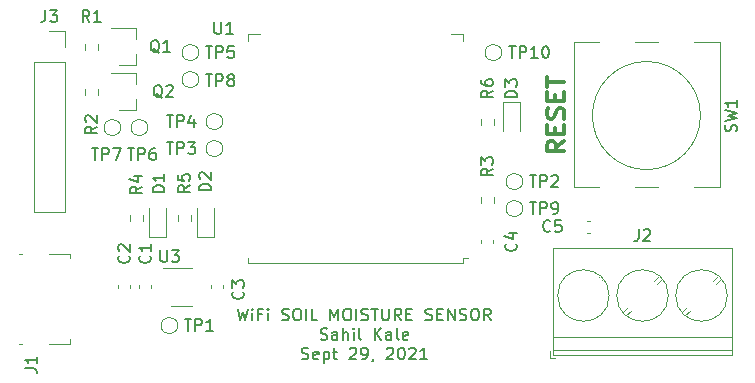
<source format=gto>
%TF.GenerationSoftware,KiCad,Pcbnew,(5.1.10)-1*%
%TF.CreationDate,2021-09-30T00:23:06-04:00*%
%TF.ProjectId,soil_sensor,736f696c-5f73-4656-9e73-6f722e6b6963,rev?*%
%TF.SameCoordinates,Original*%
%TF.FileFunction,Legend,Top*%
%TF.FilePolarity,Positive*%
%FSLAX46Y46*%
G04 Gerber Fmt 4.6, Leading zero omitted, Abs format (unit mm)*
G04 Created by KiCad (PCBNEW (5.1.10)-1) date 2021-09-30 00:23:06*
%MOMM*%
%LPD*%
G01*
G04 APERTURE LIST*
%ADD10C,0.150000*%
%ADD11C,0.300000*%
%ADD12C,0.120000*%
%ADD13R,0.900000X0.800000*%
%ADD14C,2.100000*%
%ADD15C,1.000000*%
%ADD16O,1.700000X1.700000*%
%ADD17R,1.700000X1.700000*%
%ADD18R,1.060000X0.650000*%
%ADD19R,2.000000X0.900000*%
%ADD20R,0.900000X2.000000*%
%ADD21R,5.000000X5.000000*%
%ADD22O,2.500000X3.000000*%
%ADD23C,2.600000*%
%ADD24R,2.600000X2.600000*%
%ADD25R,1.900000X1.000000*%
%ADD26R,1.900000X1.800000*%
%ADD27R,1.300000X1.650000*%
%ADD28R,1.550000X1.425000*%
%ADD29R,1.380000X0.450000*%
G04 APERTURE END LIST*
D10*
X141661904Y-129120380D02*
X141900000Y-130120380D01*
X142090476Y-129406095D01*
X142280952Y-130120380D01*
X142519047Y-129120380D01*
X142900000Y-130120380D02*
X142900000Y-129453714D01*
X142900000Y-129120380D02*
X142852380Y-129168000D01*
X142900000Y-129215619D01*
X142947619Y-129168000D01*
X142900000Y-129120380D01*
X142900000Y-129215619D01*
X143709523Y-129596571D02*
X143376190Y-129596571D01*
X143376190Y-130120380D02*
X143376190Y-129120380D01*
X143852380Y-129120380D01*
X144233333Y-130120380D02*
X144233333Y-129453714D01*
X144233333Y-129120380D02*
X144185714Y-129168000D01*
X144233333Y-129215619D01*
X144280952Y-129168000D01*
X144233333Y-129120380D01*
X144233333Y-129215619D01*
X145423809Y-130072761D02*
X145566666Y-130120380D01*
X145804761Y-130120380D01*
X145900000Y-130072761D01*
X145947619Y-130025142D01*
X145995238Y-129929904D01*
X145995238Y-129834666D01*
X145947619Y-129739428D01*
X145900000Y-129691809D01*
X145804761Y-129644190D01*
X145614285Y-129596571D01*
X145519047Y-129548952D01*
X145471428Y-129501333D01*
X145423809Y-129406095D01*
X145423809Y-129310857D01*
X145471428Y-129215619D01*
X145519047Y-129168000D01*
X145614285Y-129120380D01*
X145852380Y-129120380D01*
X145995238Y-129168000D01*
X146614285Y-129120380D02*
X146804761Y-129120380D01*
X146900000Y-129168000D01*
X146995238Y-129263238D01*
X147042857Y-129453714D01*
X147042857Y-129787047D01*
X146995238Y-129977523D01*
X146900000Y-130072761D01*
X146804761Y-130120380D01*
X146614285Y-130120380D01*
X146519047Y-130072761D01*
X146423809Y-129977523D01*
X146376190Y-129787047D01*
X146376190Y-129453714D01*
X146423809Y-129263238D01*
X146519047Y-129168000D01*
X146614285Y-129120380D01*
X147471428Y-130120380D02*
X147471428Y-129120380D01*
X148423809Y-130120380D02*
X147947619Y-130120380D01*
X147947619Y-129120380D01*
X149519047Y-130120380D02*
X149519047Y-129120380D01*
X149852380Y-129834666D01*
X150185714Y-129120380D01*
X150185714Y-130120380D01*
X150852380Y-129120380D02*
X151042857Y-129120380D01*
X151138095Y-129168000D01*
X151233333Y-129263238D01*
X151280952Y-129453714D01*
X151280952Y-129787047D01*
X151233333Y-129977523D01*
X151138095Y-130072761D01*
X151042857Y-130120380D01*
X150852380Y-130120380D01*
X150757142Y-130072761D01*
X150661904Y-129977523D01*
X150614285Y-129787047D01*
X150614285Y-129453714D01*
X150661904Y-129263238D01*
X150757142Y-129168000D01*
X150852380Y-129120380D01*
X151709523Y-130120380D02*
X151709523Y-129120380D01*
X152138095Y-130072761D02*
X152280952Y-130120380D01*
X152519047Y-130120380D01*
X152614285Y-130072761D01*
X152661904Y-130025142D01*
X152709523Y-129929904D01*
X152709523Y-129834666D01*
X152661904Y-129739428D01*
X152614285Y-129691809D01*
X152519047Y-129644190D01*
X152328571Y-129596571D01*
X152233333Y-129548952D01*
X152185714Y-129501333D01*
X152138095Y-129406095D01*
X152138095Y-129310857D01*
X152185714Y-129215619D01*
X152233333Y-129168000D01*
X152328571Y-129120380D01*
X152566666Y-129120380D01*
X152709523Y-129168000D01*
X152995238Y-129120380D02*
X153566666Y-129120380D01*
X153280952Y-130120380D02*
X153280952Y-129120380D01*
X153900000Y-129120380D02*
X153900000Y-129929904D01*
X153947619Y-130025142D01*
X153995238Y-130072761D01*
X154090476Y-130120380D01*
X154280952Y-130120380D01*
X154376190Y-130072761D01*
X154423809Y-130025142D01*
X154471428Y-129929904D01*
X154471428Y-129120380D01*
X155519047Y-130120380D02*
X155185714Y-129644190D01*
X154947619Y-130120380D02*
X154947619Y-129120380D01*
X155328571Y-129120380D01*
X155423809Y-129168000D01*
X155471428Y-129215619D01*
X155519047Y-129310857D01*
X155519047Y-129453714D01*
X155471428Y-129548952D01*
X155423809Y-129596571D01*
X155328571Y-129644190D01*
X154947619Y-129644190D01*
X155947619Y-129596571D02*
X156280952Y-129596571D01*
X156423809Y-130120380D02*
X155947619Y-130120380D01*
X155947619Y-129120380D01*
X156423809Y-129120380D01*
X157566666Y-130072761D02*
X157709523Y-130120380D01*
X157947619Y-130120380D01*
X158042857Y-130072761D01*
X158090476Y-130025142D01*
X158138095Y-129929904D01*
X158138095Y-129834666D01*
X158090476Y-129739428D01*
X158042857Y-129691809D01*
X157947619Y-129644190D01*
X157757142Y-129596571D01*
X157661904Y-129548952D01*
X157614285Y-129501333D01*
X157566666Y-129406095D01*
X157566666Y-129310857D01*
X157614285Y-129215619D01*
X157661904Y-129168000D01*
X157757142Y-129120380D01*
X157995238Y-129120380D01*
X158138095Y-129168000D01*
X158566666Y-129596571D02*
X158900000Y-129596571D01*
X159042857Y-130120380D02*
X158566666Y-130120380D01*
X158566666Y-129120380D01*
X159042857Y-129120380D01*
X159471428Y-130120380D02*
X159471428Y-129120380D01*
X160042857Y-130120380D01*
X160042857Y-129120380D01*
X160471428Y-130072761D02*
X160614285Y-130120380D01*
X160852380Y-130120380D01*
X160947619Y-130072761D01*
X160995238Y-130025142D01*
X161042857Y-129929904D01*
X161042857Y-129834666D01*
X160995238Y-129739428D01*
X160947619Y-129691809D01*
X160852380Y-129644190D01*
X160661904Y-129596571D01*
X160566666Y-129548952D01*
X160519047Y-129501333D01*
X160471428Y-129406095D01*
X160471428Y-129310857D01*
X160519047Y-129215619D01*
X160566666Y-129168000D01*
X160661904Y-129120380D01*
X160900000Y-129120380D01*
X161042857Y-129168000D01*
X161661904Y-129120380D02*
X161852380Y-129120380D01*
X161947619Y-129168000D01*
X162042857Y-129263238D01*
X162090476Y-129453714D01*
X162090476Y-129787047D01*
X162042857Y-129977523D01*
X161947619Y-130072761D01*
X161852380Y-130120380D01*
X161661904Y-130120380D01*
X161566666Y-130072761D01*
X161471428Y-129977523D01*
X161423809Y-129787047D01*
X161423809Y-129453714D01*
X161471428Y-129263238D01*
X161566666Y-129168000D01*
X161661904Y-129120380D01*
X163090476Y-130120380D02*
X162757142Y-129644190D01*
X162519047Y-130120380D02*
X162519047Y-129120380D01*
X162900000Y-129120380D01*
X162995238Y-129168000D01*
X163042857Y-129215619D01*
X163090476Y-129310857D01*
X163090476Y-129453714D01*
X163042857Y-129548952D01*
X162995238Y-129596571D01*
X162900000Y-129644190D01*
X162519047Y-129644190D01*
X148685714Y-131722761D02*
X148828571Y-131770380D01*
X149066666Y-131770380D01*
X149161904Y-131722761D01*
X149209523Y-131675142D01*
X149257142Y-131579904D01*
X149257142Y-131484666D01*
X149209523Y-131389428D01*
X149161904Y-131341809D01*
X149066666Y-131294190D01*
X148876190Y-131246571D01*
X148780952Y-131198952D01*
X148733333Y-131151333D01*
X148685714Y-131056095D01*
X148685714Y-130960857D01*
X148733333Y-130865619D01*
X148780952Y-130818000D01*
X148876190Y-130770380D01*
X149114285Y-130770380D01*
X149257142Y-130818000D01*
X150114285Y-131770380D02*
X150114285Y-131246571D01*
X150066666Y-131151333D01*
X149971428Y-131103714D01*
X149780952Y-131103714D01*
X149685714Y-131151333D01*
X150114285Y-131722761D02*
X150019047Y-131770380D01*
X149780952Y-131770380D01*
X149685714Y-131722761D01*
X149638095Y-131627523D01*
X149638095Y-131532285D01*
X149685714Y-131437047D01*
X149780952Y-131389428D01*
X150019047Y-131389428D01*
X150114285Y-131341809D01*
X150590476Y-131770380D02*
X150590476Y-130770380D01*
X151019047Y-131770380D02*
X151019047Y-131246571D01*
X150971428Y-131151333D01*
X150876190Y-131103714D01*
X150733333Y-131103714D01*
X150638095Y-131151333D01*
X150590476Y-131198952D01*
X151495238Y-131770380D02*
X151495238Y-131103714D01*
X151495238Y-130770380D02*
X151447619Y-130818000D01*
X151495238Y-130865619D01*
X151542857Y-130818000D01*
X151495238Y-130770380D01*
X151495238Y-130865619D01*
X152114285Y-131770380D02*
X152019047Y-131722761D01*
X151971428Y-131627523D01*
X151971428Y-130770380D01*
X153257142Y-131770380D02*
X153257142Y-130770380D01*
X153828571Y-131770380D02*
X153400000Y-131198952D01*
X153828571Y-130770380D02*
X153257142Y-131341809D01*
X154685714Y-131770380D02*
X154685714Y-131246571D01*
X154638095Y-131151333D01*
X154542857Y-131103714D01*
X154352380Y-131103714D01*
X154257142Y-131151333D01*
X154685714Y-131722761D02*
X154590476Y-131770380D01*
X154352380Y-131770380D01*
X154257142Y-131722761D01*
X154209523Y-131627523D01*
X154209523Y-131532285D01*
X154257142Y-131437047D01*
X154352380Y-131389428D01*
X154590476Y-131389428D01*
X154685714Y-131341809D01*
X155304761Y-131770380D02*
X155209523Y-131722761D01*
X155161904Y-131627523D01*
X155161904Y-130770380D01*
X156066666Y-131722761D02*
X155971428Y-131770380D01*
X155780952Y-131770380D01*
X155685714Y-131722761D01*
X155638095Y-131627523D01*
X155638095Y-131246571D01*
X155685714Y-131151333D01*
X155780952Y-131103714D01*
X155971428Y-131103714D01*
X156066666Y-131151333D01*
X156114285Y-131246571D01*
X156114285Y-131341809D01*
X155638095Y-131437047D01*
X147090476Y-133372761D02*
X147233333Y-133420380D01*
X147471428Y-133420380D01*
X147566666Y-133372761D01*
X147614285Y-133325142D01*
X147661904Y-133229904D01*
X147661904Y-133134666D01*
X147614285Y-133039428D01*
X147566666Y-132991809D01*
X147471428Y-132944190D01*
X147280952Y-132896571D01*
X147185714Y-132848952D01*
X147138095Y-132801333D01*
X147090476Y-132706095D01*
X147090476Y-132610857D01*
X147138095Y-132515619D01*
X147185714Y-132468000D01*
X147280952Y-132420380D01*
X147519047Y-132420380D01*
X147661904Y-132468000D01*
X148471428Y-133372761D02*
X148376190Y-133420380D01*
X148185714Y-133420380D01*
X148090476Y-133372761D01*
X148042857Y-133277523D01*
X148042857Y-132896571D01*
X148090476Y-132801333D01*
X148185714Y-132753714D01*
X148376190Y-132753714D01*
X148471428Y-132801333D01*
X148519047Y-132896571D01*
X148519047Y-132991809D01*
X148042857Y-133087047D01*
X148947619Y-132753714D02*
X148947619Y-133753714D01*
X148947619Y-132801333D02*
X149042857Y-132753714D01*
X149233333Y-132753714D01*
X149328571Y-132801333D01*
X149376190Y-132848952D01*
X149423809Y-132944190D01*
X149423809Y-133229904D01*
X149376190Y-133325142D01*
X149328571Y-133372761D01*
X149233333Y-133420380D01*
X149042857Y-133420380D01*
X148947619Y-133372761D01*
X149709523Y-132753714D02*
X150090476Y-132753714D01*
X149852380Y-132420380D02*
X149852380Y-133277523D01*
X149900000Y-133372761D01*
X149995238Y-133420380D01*
X150090476Y-133420380D01*
X151138095Y-132515619D02*
X151185714Y-132468000D01*
X151280952Y-132420380D01*
X151519047Y-132420380D01*
X151614285Y-132468000D01*
X151661904Y-132515619D01*
X151709523Y-132610857D01*
X151709523Y-132706095D01*
X151661904Y-132848952D01*
X151090476Y-133420380D01*
X151709523Y-133420380D01*
X152185714Y-133420380D02*
X152376190Y-133420380D01*
X152471428Y-133372761D01*
X152519047Y-133325142D01*
X152614285Y-133182285D01*
X152661904Y-132991809D01*
X152661904Y-132610857D01*
X152614285Y-132515619D01*
X152566666Y-132468000D01*
X152471428Y-132420380D01*
X152280952Y-132420380D01*
X152185714Y-132468000D01*
X152138095Y-132515619D01*
X152090476Y-132610857D01*
X152090476Y-132848952D01*
X152138095Y-132944190D01*
X152185714Y-132991809D01*
X152280952Y-133039428D01*
X152471428Y-133039428D01*
X152566666Y-132991809D01*
X152614285Y-132944190D01*
X152661904Y-132848952D01*
X153138095Y-133372761D02*
X153138095Y-133420380D01*
X153090476Y-133515619D01*
X153042857Y-133563238D01*
X154280952Y-132515619D02*
X154328571Y-132468000D01*
X154423809Y-132420380D01*
X154661904Y-132420380D01*
X154757142Y-132468000D01*
X154804761Y-132515619D01*
X154852380Y-132610857D01*
X154852380Y-132706095D01*
X154804761Y-132848952D01*
X154233333Y-133420380D01*
X154852380Y-133420380D01*
X155471428Y-132420380D02*
X155566666Y-132420380D01*
X155661904Y-132468000D01*
X155709523Y-132515619D01*
X155757142Y-132610857D01*
X155804761Y-132801333D01*
X155804761Y-133039428D01*
X155757142Y-133229904D01*
X155709523Y-133325142D01*
X155661904Y-133372761D01*
X155566666Y-133420380D01*
X155471428Y-133420380D01*
X155376190Y-133372761D01*
X155328571Y-133325142D01*
X155280952Y-133229904D01*
X155233333Y-133039428D01*
X155233333Y-132801333D01*
X155280952Y-132610857D01*
X155328571Y-132515619D01*
X155376190Y-132468000D01*
X155471428Y-132420380D01*
X156185714Y-132515619D02*
X156233333Y-132468000D01*
X156328571Y-132420380D01*
X156566666Y-132420380D01*
X156661904Y-132468000D01*
X156709523Y-132515619D01*
X156757142Y-132610857D01*
X156757142Y-132706095D01*
X156709523Y-132848952D01*
X156138095Y-133420380D01*
X156757142Y-133420380D01*
X157709523Y-133420380D02*
X157138095Y-133420380D01*
X157423809Y-133420380D02*
X157423809Y-132420380D01*
X157328571Y-132563238D01*
X157233333Y-132658476D01*
X157138095Y-132706095D01*
D11*
X169334571Y-114954571D02*
X168620285Y-115454571D01*
X169334571Y-115811714D02*
X167834571Y-115811714D01*
X167834571Y-115240285D01*
X167906000Y-115097428D01*
X167977428Y-115026000D01*
X168120285Y-114954571D01*
X168334571Y-114954571D01*
X168477428Y-115026000D01*
X168548857Y-115097428D01*
X168620285Y-115240285D01*
X168620285Y-115811714D01*
X168548857Y-114311714D02*
X168548857Y-113811714D01*
X169334571Y-113597428D02*
X169334571Y-114311714D01*
X167834571Y-114311714D01*
X167834571Y-113597428D01*
X169263142Y-113026000D02*
X169334571Y-112811714D01*
X169334571Y-112454571D01*
X169263142Y-112311714D01*
X169191714Y-112240285D01*
X169048857Y-112168857D01*
X168906000Y-112168857D01*
X168763142Y-112240285D01*
X168691714Y-112311714D01*
X168620285Y-112454571D01*
X168548857Y-112740285D01*
X168477428Y-112883142D01*
X168406000Y-112954571D01*
X168263142Y-113026000D01*
X168120285Y-113026000D01*
X167977428Y-112954571D01*
X167906000Y-112883142D01*
X167834571Y-112740285D01*
X167834571Y-112383142D01*
X167906000Y-112168857D01*
X168548857Y-111526000D02*
X168548857Y-111026000D01*
X169334571Y-110811714D02*
X169334571Y-111526000D01*
X167834571Y-111526000D01*
X167834571Y-110811714D01*
X167834571Y-110383142D02*
X167834571Y-109526000D01*
X169334571Y-109954571D02*
X167834571Y-109954571D01*
D12*
%TO.C,Q2*%
X133094000Y-112324000D02*
X131634000Y-112324000D01*
X133094000Y-109164000D02*
X130934000Y-109164000D01*
X133094000Y-109164000D02*
X133094000Y-110094000D01*
X133094000Y-112324000D02*
X133094000Y-111394000D01*
%TO.C,TP10*%
X164022000Y-107442000D02*
G75*
G03*
X164022000Y-107442000I-700000J0D01*
G01*
%TO.C,TP9*%
X165800000Y-120650000D02*
G75*
G03*
X165800000Y-120650000I-700000J0D01*
G01*
%TO.C,TP8*%
X138368000Y-109728000D02*
G75*
G03*
X138368000Y-109728000I-700000J0D01*
G01*
%TO.C,TP7*%
X131764000Y-113792000D02*
G75*
G03*
X131764000Y-113792000I-700000J0D01*
G01*
%TO.C,TP6*%
X134050000Y-113792000D02*
G75*
G03*
X134050000Y-113792000I-700000J0D01*
G01*
%TO.C,TP5*%
X138368000Y-107442000D02*
G75*
G03*
X138368000Y-107442000I-700000J0D01*
G01*
%TO.C,TP4*%
X140400000Y-113284000D02*
G75*
G03*
X140400000Y-113284000I-700000J0D01*
G01*
%TO.C,TP3*%
X140400000Y-115570000D02*
G75*
G03*
X140400000Y-115570000I-700000J0D01*
G01*
%TO.C,TP2*%
X165800000Y-118364000D02*
G75*
G03*
X165800000Y-118364000I-700000J0D01*
G01*
%TO.C,TP1*%
X136590000Y-130556000D02*
G75*
G03*
X136590000Y-130556000I-700000J0D01*
G01*
%TO.C,Q1*%
X133094000Y-108514000D02*
X133094000Y-107584000D01*
X133094000Y-105354000D02*
X133094000Y-106284000D01*
X133094000Y-105354000D02*
X130934000Y-105354000D01*
X133094000Y-108514000D02*
X131634000Y-108514000D01*
%TO.C,J3*%
X125730000Y-105604000D02*
X127060000Y-105604000D01*
X127060000Y-105604000D02*
X127060000Y-106934000D01*
X127060000Y-108204000D02*
X127060000Y-120964000D01*
X124400000Y-120964000D02*
X127060000Y-120964000D01*
X124400000Y-108204000D02*
X124400000Y-120964000D01*
X124400000Y-108204000D02*
X127060000Y-108204000D01*
%TO.C,C2*%
X132590000Y-127400267D02*
X132590000Y-127107733D01*
X131570000Y-127400267D02*
X131570000Y-127107733D01*
%TO.C,U3*%
X136006000Y-128864000D02*
X137806000Y-128864000D01*
X137806000Y-125644000D02*
X135356000Y-125644000D01*
%TO.C,U1*%
X160758000Y-106470000D02*
X160758000Y-105850000D01*
X160758000Y-105850000D02*
X159758000Y-105850000D01*
X142518000Y-106470000D02*
X142518000Y-105850000D01*
X142518000Y-105850000D02*
X143518000Y-105850000D01*
X160758000Y-125290000D02*
X142518000Y-125290000D01*
X142518000Y-125290000D02*
X142518000Y-124870000D01*
X160758000Y-125290000D02*
X160758000Y-124870000D01*
X160758000Y-124870000D02*
X161138000Y-124870000D01*
%TO.C,SW1*%
X180855050Y-112776000D02*
G75*
G03*
X180855050Y-112776000I-4579050J0D01*
G01*
X180346000Y-106526000D02*
X182466000Y-106526000D01*
X182466000Y-106526000D02*
X182466000Y-118826000D01*
X182466000Y-118826000D02*
X180346000Y-118826000D01*
X177286000Y-118826000D02*
X175346000Y-118826000D01*
X172286000Y-118826000D02*
X170166000Y-118826000D01*
X170166000Y-118826000D02*
X170166000Y-106526000D01*
X170166000Y-106526000D02*
X172286000Y-106526000D01*
X175346000Y-106526000D02*
X177286000Y-106526000D01*
%TO.C,R6*%
X162291500Y-113538724D02*
X162291500Y-113029276D01*
X163336500Y-113538724D02*
X163336500Y-113029276D01*
%TO.C,R5*%
X136637500Y-121666724D02*
X136637500Y-121157276D01*
X137682500Y-121666724D02*
X137682500Y-121157276D01*
%TO.C,R4*%
X132573500Y-121666724D02*
X132573500Y-121157276D01*
X133618500Y-121666724D02*
X133618500Y-121157276D01*
%TO.C,R3*%
X163336500Y-119633276D02*
X163336500Y-120142724D01*
X162291500Y-119633276D02*
X162291500Y-120142724D01*
%TO.C,R2*%
X128763500Y-110998724D02*
X128763500Y-110489276D01*
X129808500Y-110998724D02*
X129808500Y-110489276D01*
%TO.C,R1*%
X129808500Y-106679276D02*
X129808500Y-107188724D01*
X128763500Y-106679276D02*
X128763500Y-107188724D01*
%TO.C,J2*%
X173122000Y-128016000D02*
G75*
G03*
X173122000Y-128016000I-2180000J0D01*
G01*
X178122000Y-128016000D02*
G75*
G03*
X178122000Y-128016000I-2180000J0D01*
G01*
X183122000Y-128016000D02*
G75*
G03*
X183122000Y-128016000I-2180000J0D01*
G01*
X168382000Y-132616000D02*
X183502000Y-132616000D01*
X168382000Y-131516000D02*
X183502000Y-131516000D01*
X168382000Y-123956000D02*
X183502000Y-123956000D01*
X168382000Y-133076000D02*
X183502000Y-133076000D01*
X168382000Y-123956000D02*
X168382000Y-133076000D01*
X183502000Y-123956000D02*
X183502000Y-133076000D01*
X172596000Y-126628000D02*
X172489000Y-126735000D01*
X169660000Y-129563000D02*
X169554000Y-129670000D01*
X172330000Y-126362000D02*
X172223000Y-126469000D01*
X169394000Y-129297000D02*
X169288000Y-129404000D01*
X177596000Y-126628000D02*
X177201000Y-127024000D01*
X174935000Y-129290000D02*
X174555000Y-129670000D01*
X177330000Y-126362000D02*
X176950000Y-126742000D01*
X174684000Y-129008000D02*
X174289000Y-129404000D01*
X182596000Y-126628000D02*
X182201000Y-127024000D01*
X179935000Y-129290000D02*
X179555000Y-129670000D01*
X182330000Y-126362000D02*
X181950000Y-126742000D01*
X179684000Y-129008000D02*
X179289000Y-129404000D01*
X168142000Y-132676000D02*
X168142000Y-133316000D01*
X168142000Y-133316000D02*
X168542000Y-133316000D01*
%TO.C,J1*%
X127440000Y-132080000D02*
X127440000Y-131700000D01*
X123390000Y-132080000D02*
X123130000Y-132080000D01*
X127440000Y-132080000D02*
X125670000Y-132080000D01*
X127440000Y-124460000D02*
X127440000Y-124840000D01*
X125670000Y-124460000D02*
X127440000Y-124460000D01*
X123130000Y-124460000D02*
X123390000Y-124460000D01*
%TO.C,D3*%
X165581000Y-114084000D02*
X165581000Y-111624000D01*
X165581000Y-111624000D02*
X164111000Y-111624000D01*
X164111000Y-111624000D02*
X164111000Y-114084000D01*
%TO.C,D2*%
X138203000Y-120612000D02*
X138203000Y-123072000D01*
X138203000Y-123072000D02*
X139673000Y-123072000D01*
X139673000Y-123072000D02*
X139673000Y-120612000D01*
%TO.C,D1*%
X134139000Y-120612000D02*
X134139000Y-123072000D01*
X134139000Y-123072000D02*
X135609000Y-123072000D01*
X135609000Y-123072000D02*
X135609000Y-120612000D01*
%TO.C,C5*%
X171495767Y-122684000D02*
X171203233Y-122684000D01*
X171495767Y-121664000D02*
X171203233Y-121664000D01*
%TO.C,C4*%
X162304000Y-123590267D02*
X162304000Y-123297733D01*
X163324000Y-123590267D02*
X163324000Y-123297733D01*
%TO.C,C3*%
X139444000Y-127400267D02*
X139444000Y-127107733D01*
X140464000Y-127400267D02*
X140464000Y-127107733D01*
%TO.C,C1*%
X133348000Y-127400267D02*
X133348000Y-127107733D01*
X134368000Y-127400267D02*
X134368000Y-127107733D01*
%TO.C,Q2*%
D10*
X135286761Y-111291619D02*
X135191523Y-111244000D01*
X135096285Y-111148761D01*
X134953428Y-111005904D01*
X134858190Y-110958285D01*
X134762952Y-110958285D01*
X134810571Y-111196380D02*
X134715333Y-111148761D01*
X134620095Y-111053523D01*
X134572476Y-110863047D01*
X134572476Y-110529714D01*
X134620095Y-110339238D01*
X134715333Y-110244000D01*
X134810571Y-110196380D01*
X135001047Y-110196380D01*
X135096285Y-110244000D01*
X135191523Y-110339238D01*
X135239142Y-110529714D01*
X135239142Y-110863047D01*
X135191523Y-111053523D01*
X135096285Y-111148761D01*
X135001047Y-111196380D01*
X134810571Y-111196380D01*
X135620095Y-110291619D02*
X135667714Y-110244000D01*
X135762952Y-110196380D01*
X136001047Y-110196380D01*
X136096285Y-110244000D01*
X136143904Y-110291619D01*
X136191523Y-110386857D01*
X136191523Y-110482095D01*
X136143904Y-110624952D01*
X135572476Y-111196380D01*
X136191523Y-111196380D01*
%TO.C,TP10*%
X164631904Y-106894380D02*
X165203333Y-106894380D01*
X164917619Y-107894380D02*
X164917619Y-106894380D01*
X165536666Y-107894380D02*
X165536666Y-106894380D01*
X165917619Y-106894380D01*
X166012857Y-106942000D01*
X166060476Y-106989619D01*
X166108095Y-107084857D01*
X166108095Y-107227714D01*
X166060476Y-107322952D01*
X166012857Y-107370571D01*
X165917619Y-107418190D01*
X165536666Y-107418190D01*
X167060476Y-107894380D02*
X166489047Y-107894380D01*
X166774761Y-107894380D02*
X166774761Y-106894380D01*
X166679523Y-107037238D01*
X166584285Y-107132476D01*
X166489047Y-107180095D01*
X167679523Y-106894380D02*
X167774761Y-106894380D01*
X167870000Y-106942000D01*
X167917619Y-106989619D01*
X167965238Y-107084857D01*
X168012857Y-107275333D01*
X168012857Y-107513428D01*
X167965238Y-107703904D01*
X167917619Y-107799142D01*
X167870000Y-107846761D01*
X167774761Y-107894380D01*
X167679523Y-107894380D01*
X167584285Y-107846761D01*
X167536666Y-107799142D01*
X167489047Y-107703904D01*
X167441428Y-107513428D01*
X167441428Y-107275333D01*
X167489047Y-107084857D01*
X167536666Y-106989619D01*
X167584285Y-106942000D01*
X167679523Y-106894380D01*
%TO.C,TP9*%
X166378095Y-120102380D02*
X166949523Y-120102380D01*
X166663809Y-121102380D02*
X166663809Y-120102380D01*
X167282857Y-121102380D02*
X167282857Y-120102380D01*
X167663809Y-120102380D01*
X167759047Y-120150000D01*
X167806666Y-120197619D01*
X167854285Y-120292857D01*
X167854285Y-120435714D01*
X167806666Y-120530952D01*
X167759047Y-120578571D01*
X167663809Y-120626190D01*
X167282857Y-120626190D01*
X168330476Y-121102380D02*
X168520952Y-121102380D01*
X168616190Y-121054761D01*
X168663809Y-121007142D01*
X168759047Y-120864285D01*
X168806666Y-120673809D01*
X168806666Y-120292857D01*
X168759047Y-120197619D01*
X168711428Y-120150000D01*
X168616190Y-120102380D01*
X168425714Y-120102380D01*
X168330476Y-120150000D01*
X168282857Y-120197619D01*
X168235238Y-120292857D01*
X168235238Y-120530952D01*
X168282857Y-120626190D01*
X168330476Y-120673809D01*
X168425714Y-120721428D01*
X168616190Y-120721428D01*
X168711428Y-120673809D01*
X168759047Y-120626190D01*
X168806666Y-120530952D01*
%TO.C,TP8*%
X138946095Y-109290380D02*
X139517523Y-109290380D01*
X139231809Y-110290380D02*
X139231809Y-109290380D01*
X139850857Y-110290380D02*
X139850857Y-109290380D01*
X140231809Y-109290380D01*
X140327047Y-109338000D01*
X140374666Y-109385619D01*
X140422285Y-109480857D01*
X140422285Y-109623714D01*
X140374666Y-109718952D01*
X140327047Y-109766571D01*
X140231809Y-109814190D01*
X139850857Y-109814190D01*
X140993714Y-109718952D02*
X140898476Y-109671333D01*
X140850857Y-109623714D01*
X140803238Y-109528476D01*
X140803238Y-109480857D01*
X140850857Y-109385619D01*
X140898476Y-109338000D01*
X140993714Y-109290380D01*
X141184190Y-109290380D01*
X141279428Y-109338000D01*
X141327047Y-109385619D01*
X141374666Y-109480857D01*
X141374666Y-109528476D01*
X141327047Y-109623714D01*
X141279428Y-109671333D01*
X141184190Y-109718952D01*
X140993714Y-109718952D01*
X140898476Y-109766571D01*
X140850857Y-109814190D01*
X140803238Y-109909428D01*
X140803238Y-110099904D01*
X140850857Y-110195142D01*
X140898476Y-110242761D01*
X140993714Y-110290380D01*
X141184190Y-110290380D01*
X141279428Y-110242761D01*
X141327047Y-110195142D01*
X141374666Y-110099904D01*
X141374666Y-109909428D01*
X141327047Y-109814190D01*
X141279428Y-109766571D01*
X141184190Y-109718952D01*
%TO.C,TP7*%
X129294095Y-115530380D02*
X129865523Y-115530380D01*
X129579809Y-116530380D02*
X129579809Y-115530380D01*
X130198857Y-116530380D02*
X130198857Y-115530380D01*
X130579809Y-115530380D01*
X130675047Y-115578000D01*
X130722666Y-115625619D01*
X130770285Y-115720857D01*
X130770285Y-115863714D01*
X130722666Y-115958952D01*
X130675047Y-116006571D01*
X130579809Y-116054190D01*
X130198857Y-116054190D01*
X131103619Y-115530380D02*
X131770285Y-115530380D01*
X131341714Y-116530380D01*
%TO.C,TP6*%
X132342095Y-115530380D02*
X132913523Y-115530380D01*
X132627809Y-116530380D02*
X132627809Y-115530380D01*
X133246857Y-116530380D02*
X133246857Y-115530380D01*
X133627809Y-115530380D01*
X133723047Y-115578000D01*
X133770666Y-115625619D01*
X133818285Y-115720857D01*
X133818285Y-115863714D01*
X133770666Y-115958952D01*
X133723047Y-116006571D01*
X133627809Y-116054190D01*
X133246857Y-116054190D01*
X134675428Y-115530380D02*
X134484952Y-115530380D01*
X134389714Y-115578000D01*
X134342095Y-115625619D01*
X134246857Y-115768476D01*
X134199238Y-115958952D01*
X134199238Y-116339904D01*
X134246857Y-116435142D01*
X134294476Y-116482761D01*
X134389714Y-116530380D01*
X134580190Y-116530380D01*
X134675428Y-116482761D01*
X134723047Y-116435142D01*
X134770666Y-116339904D01*
X134770666Y-116101809D01*
X134723047Y-116006571D01*
X134675428Y-115958952D01*
X134580190Y-115911333D01*
X134389714Y-115911333D01*
X134294476Y-115958952D01*
X134246857Y-116006571D01*
X134199238Y-116101809D01*
%TO.C,TP5*%
X138946095Y-106894380D02*
X139517523Y-106894380D01*
X139231809Y-107894380D02*
X139231809Y-106894380D01*
X139850857Y-107894380D02*
X139850857Y-106894380D01*
X140231809Y-106894380D01*
X140327047Y-106942000D01*
X140374666Y-106989619D01*
X140422285Y-107084857D01*
X140422285Y-107227714D01*
X140374666Y-107322952D01*
X140327047Y-107370571D01*
X140231809Y-107418190D01*
X139850857Y-107418190D01*
X141327047Y-106894380D02*
X140850857Y-106894380D01*
X140803238Y-107370571D01*
X140850857Y-107322952D01*
X140946095Y-107275333D01*
X141184190Y-107275333D01*
X141279428Y-107322952D01*
X141327047Y-107370571D01*
X141374666Y-107465809D01*
X141374666Y-107703904D01*
X141327047Y-107799142D01*
X141279428Y-107846761D01*
X141184190Y-107894380D01*
X140946095Y-107894380D01*
X140850857Y-107846761D01*
X140803238Y-107799142D01*
%TO.C,TP4*%
X135644095Y-112736380D02*
X136215523Y-112736380D01*
X135929809Y-113736380D02*
X135929809Y-112736380D01*
X136548857Y-113736380D02*
X136548857Y-112736380D01*
X136929809Y-112736380D01*
X137025047Y-112784000D01*
X137072666Y-112831619D01*
X137120285Y-112926857D01*
X137120285Y-113069714D01*
X137072666Y-113164952D01*
X137025047Y-113212571D01*
X136929809Y-113260190D01*
X136548857Y-113260190D01*
X137977428Y-113069714D02*
X137977428Y-113736380D01*
X137739333Y-112688761D02*
X137501238Y-113403047D01*
X138120285Y-113403047D01*
%TO.C,TP3*%
X135644095Y-115022380D02*
X136215523Y-115022380D01*
X135929809Y-116022380D02*
X135929809Y-115022380D01*
X136548857Y-116022380D02*
X136548857Y-115022380D01*
X136929809Y-115022380D01*
X137025047Y-115070000D01*
X137072666Y-115117619D01*
X137120285Y-115212857D01*
X137120285Y-115355714D01*
X137072666Y-115450952D01*
X137025047Y-115498571D01*
X136929809Y-115546190D01*
X136548857Y-115546190D01*
X137453619Y-115022380D02*
X138072666Y-115022380D01*
X137739333Y-115403333D01*
X137882190Y-115403333D01*
X137977428Y-115450952D01*
X138025047Y-115498571D01*
X138072666Y-115593809D01*
X138072666Y-115831904D01*
X138025047Y-115927142D01*
X137977428Y-115974761D01*
X137882190Y-116022380D01*
X137596476Y-116022380D01*
X137501238Y-115974761D01*
X137453619Y-115927142D01*
%TO.C,TP2*%
X166378095Y-117816380D02*
X166949523Y-117816380D01*
X166663809Y-118816380D02*
X166663809Y-117816380D01*
X167282857Y-118816380D02*
X167282857Y-117816380D01*
X167663809Y-117816380D01*
X167759047Y-117864000D01*
X167806666Y-117911619D01*
X167854285Y-118006857D01*
X167854285Y-118149714D01*
X167806666Y-118244952D01*
X167759047Y-118292571D01*
X167663809Y-118340190D01*
X167282857Y-118340190D01*
X168235238Y-117911619D02*
X168282857Y-117864000D01*
X168378095Y-117816380D01*
X168616190Y-117816380D01*
X168711428Y-117864000D01*
X168759047Y-117911619D01*
X168806666Y-118006857D01*
X168806666Y-118102095D01*
X168759047Y-118244952D01*
X168187619Y-118816380D01*
X168806666Y-118816380D01*
%TO.C,TP1*%
X137168095Y-130008380D02*
X137739523Y-130008380D01*
X137453809Y-131008380D02*
X137453809Y-130008380D01*
X138072857Y-131008380D02*
X138072857Y-130008380D01*
X138453809Y-130008380D01*
X138549047Y-130056000D01*
X138596666Y-130103619D01*
X138644285Y-130198857D01*
X138644285Y-130341714D01*
X138596666Y-130436952D01*
X138549047Y-130484571D01*
X138453809Y-130532190D01*
X138072857Y-130532190D01*
X139596666Y-131008380D02*
X139025238Y-131008380D01*
X139310952Y-131008380D02*
X139310952Y-130008380D01*
X139215714Y-130151238D01*
X139120476Y-130246476D01*
X139025238Y-130294095D01*
%TO.C,Q1*%
X135032761Y-107481619D02*
X134937523Y-107434000D01*
X134842285Y-107338761D01*
X134699428Y-107195904D01*
X134604190Y-107148285D01*
X134508952Y-107148285D01*
X134556571Y-107386380D02*
X134461333Y-107338761D01*
X134366095Y-107243523D01*
X134318476Y-107053047D01*
X134318476Y-106719714D01*
X134366095Y-106529238D01*
X134461333Y-106434000D01*
X134556571Y-106386380D01*
X134747047Y-106386380D01*
X134842285Y-106434000D01*
X134937523Y-106529238D01*
X134985142Y-106719714D01*
X134985142Y-107053047D01*
X134937523Y-107243523D01*
X134842285Y-107338761D01*
X134747047Y-107386380D01*
X134556571Y-107386380D01*
X135937523Y-107386380D02*
X135366095Y-107386380D01*
X135651809Y-107386380D02*
X135651809Y-106386380D01*
X135556571Y-106529238D01*
X135461333Y-106624476D01*
X135366095Y-106672095D01*
%TO.C,J3*%
X125396666Y-103846380D02*
X125396666Y-104560666D01*
X125349047Y-104703523D01*
X125253809Y-104798761D01*
X125110952Y-104846380D01*
X125015714Y-104846380D01*
X125777619Y-103846380D02*
X126396666Y-103846380D01*
X126063333Y-104227333D01*
X126206190Y-104227333D01*
X126301428Y-104274952D01*
X126349047Y-104322571D01*
X126396666Y-104417809D01*
X126396666Y-104655904D01*
X126349047Y-104751142D01*
X126301428Y-104798761D01*
X126206190Y-104846380D01*
X125920476Y-104846380D01*
X125825238Y-104798761D01*
X125777619Y-104751142D01*
%TO.C,C2*%
X132437142Y-124626666D02*
X132484761Y-124674285D01*
X132532380Y-124817142D01*
X132532380Y-124912380D01*
X132484761Y-125055238D01*
X132389523Y-125150476D01*
X132294285Y-125198095D01*
X132103809Y-125245714D01*
X131960952Y-125245714D01*
X131770476Y-125198095D01*
X131675238Y-125150476D01*
X131580000Y-125055238D01*
X131532380Y-124912380D01*
X131532380Y-124817142D01*
X131580000Y-124674285D01*
X131627619Y-124626666D01*
X131627619Y-124245714D02*
X131580000Y-124198095D01*
X131532380Y-124102857D01*
X131532380Y-123864761D01*
X131580000Y-123769523D01*
X131627619Y-123721904D01*
X131722857Y-123674285D01*
X131818095Y-123674285D01*
X131960952Y-123721904D01*
X132532380Y-124293333D01*
X132532380Y-123674285D01*
%TO.C,U3*%
X135128095Y-124166380D02*
X135128095Y-124975904D01*
X135175714Y-125071142D01*
X135223333Y-125118761D01*
X135318571Y-125166380D01*
X135509047Y-125166380D01*
X135604285Y-125118761D01*
X135651904Y-125071142D01*
X135699523Y-124975904D01*
X135699523Y-124166380D01*
X136080476Y-124166380D02*
X136699523Y-124166380D01*
X136366190Y-124547333D01*
X136509047Y-124547333D01*
X136604285Y-124594952D01*
X136651904Y-124642571D01*
X136699523Y-124737809D01*
X136699523Y-124975904D01*
X136651904Y-125071142D01*
X136604285Y-125118761D01*
X136509047Y-125166380D01*
X136223333Y-125166380D01*
X136128095Y-125118761D01*
X136080476Y-125071142D01*
%TO.C,U1*%
X139700095Y-104862380D02*
X139700095Y-105671904D01*
X139747714Y-105767142D01*
X139795333Y-105814761D01*
X139890571Y-105862380D01*
X140081047Y-105862380D01*
X140176285Y-105814761D01*
X140223904Y-105767142D01*
X140271523Y-105671904D01*
X140271523Y-104862380D01*
X141271523Y-105862380D02*
X140700095Y-105862380D01*
X140985809Y-105862380D02*
X140985809Y-104862380D01*
X140890571Y-105005238D01*
X140795333Y-105100476D01*
X140700095Y-105148095D01*
%TO.C,SW1*%
X183880761Y-114109333D02*
X183928380Y-113966476D01*
X183928380Y-113728380D01*
X183880761Y-113633142D01*
X183833142Y-113585523D01*
X183737904Y-113537904D01*
X183642666Y-113537904D01*
X183547428Y-113585523D01*
X183499809Y-113633142D01*
X183452190Y-113728380D01*
X183404571Y-113918857D01*
X183356952Y-114014095D01*
X183309333Y-114061714D01*
X183214095Y-114109333D01*
X183118857Y-114109333D01*
X183023619Y-114061714D01*
X182976000Y-114014095D01*
X182928380Y-113918857D01*
X182928380Y-113680761D01*
X182976000Y-113537904D01*
X182928380Y-113204571D02*
X183928380Y-112966476D01*
X183214095Y-112776000D01*
X183928380Y-112585523D01*
X182928380Y-112347428D01*
X183928380Y-111442666D02*
X183928380Y-112014095D01*
X183928380Y-111728380D02*
X182928380Y-111728380D01*
X183071238Y-111823619D01*
X183166476Y-111918857D01*
X183214095Y-112014095D01*
%TO.C,R6*%
X163266380Y-110656666D02*
X162790190Y-110990000D01*
X163266380Y-111228095D02*
X162266380Y-111228095D01*
X162266380Y-110847142D01*
X162314000Y-110751904D01*
X162361619Y-110704285D01*
X162456857Y-110656666D01*
X162599714Y-110656666D01*
X162694952Y-110704285D01*
X162742571Y-110751904D01*
X162790190Y-110847142D01*
X162790190Y-111228095D01*
X162266380Y-109799523D02*
X162266380Y-109990000D01*
X162314000Y-110085238D01*
X162361619Y-110132857D01*
X162504476Y-110228095D01*
X162694952Y-110275714D01*
X163075904Y-110275714D01*
X163171142Y-110228095D01*
X163218761Y-110180476D01*
X163266380Y-110085238D01*
X163266380Y-109894761D01*
X163218761Y-109799523D01*
X163171142Y-109751904D01*
X163075904Y-109704285D01*
X162837809Y-109704285D01*
X162742571Y-109751904D01*
X162694952Y-109799523D01*
X162647333Y-109894761D01*
X162647333Y-110085238D01*
X162694952Y-110180476D01*
X162742571Y-110228095D01*
X162837809Y-110275714D01*
%TO.C,R5*%
X137612380Y-118681166D02*
X137136190Y-119014500D01*
X137612380Y-119252595D02*
X136612380Y-119252595D01*
X136612380Y-118871642D01*
X136660000Y-118776404D01*
X136707619Y-118728785D01*
X136802857Y-118681166D01*
X136945714Y-118681166D01*
X137040952Y-118728785D01*
X137088571Y-118776404D01*
X137136190Y-118871642D01*
X137136190Y-119252595D01*
X136612380Y-117776404D02*
X136612380Y-118252595D01*
X137088571Y-118300214D01*
X137040952Y-118252595D01*
X136993333Y-118157357D01*
X136993333Y-117919261D01*
X137040952Y-117824023D01*
X137088571Y-117776404D01*
X137183809Y-117728785D01*
X137421904Y-117728785D01*
X137517142Y-117776404D01*
X137564761Y-117824023D01*
X137612380Y-117919261D01*
X137612380Y-118157357D01*
X137564761Y-118252595D01*
X137517142Y-118300214D01*
%TO.C,R4*%
X133548380Y-118784666D02*
X133072190Y-119118000D01*
X133548380Y-119356095D02*
X132548380Y-119356095D01*
X132548380Y-118975142D01*
X132596000Y-118879904D01*
X132643619Y-118832285D01*
X132738857Y-118784666D01*
X132881714Y-118784666D01*
X132976952Y-118832285D01*
X133024571Y-118879904D01*
X133072190Y-118975142D01*
X133072190Y-119356095D01*
X132881714Y-117927523D02*
X133548380Y-117927523D01*
X132500761Y-118165619D02*
X133215047Y-118403714D01*
X133215047Y-117784666D01*
%TO.C,R3*%
X163266380Y-117260666D02*
X162790190Y-117594000D01*
X163266380Y-117832095D02*
X162266380Y-117832095D01*
X162266380Y-117451142D01*
X162314000Y-117355904D01*
X162361619Y-117308285D01*
X162456857Y-117260666D01*
X162599714Y-117260666D01*
X162694952Y-117308285D01*
X162742571Y-117355904D01*
X162790190Y-117451142D01*
X162790190Y-117832095D01*
X162266380Y-116927333D02*
X162266380Y-116308285D01*
X162647333Y-116641619D01*
X162647333Y-116498761D01*
X162694952Y-116403523D01*
X162742571Y-116355904D01*
X162837809Y-116308285D01*
X163075904Y-116308285D01*
X163171142Y-116355904D01*
X163218761Y-116403523D01*
X163266380Y-116498761D01*
X163266380Y-116784476D01*
X163218761Y-116879714D01*
X163171142Y-116927333D01*
%TO.C,R2*%
X129738380Y-113704666D02*
X129262190Y-114038000D01*
X129738380Y-114276095D02*
X128738380Y-114276095D01*
X128738380Y-113895142D01*
X128786000Y-113799904D01*
X128833619Y-113752285D01*
X128928857Y-113704666D01*
X129071714Y-113704666D01*
X129166952Y-113752285D01*
X129214571Y-113799904D01*
X129262190Y-113895142D01*
X129262190Y-114276095D01*
X128833619Y-113323714D02*
X128786000Y-113276095D01*
X128738380Y-113180857D01*
X128738380Y-112942761D01*
X128786000Y-112847523D01*
X128833619Y-112799904D01*
X128928857Y-112752285D01*
X129024095Y-112752285D01*
X129166952Y-112799904D01*
X129738380Y-113371333D01*
X129738380Y-112752285D01*
%TO.C,R1*%
X129119333Y-104846380D02*
X128786000Y-104370190D01*
X128547904Y-104846380D02*
X128547904Y-103846380D01*
X128928857Y-103846380D01*
X129024095Y-103894000D01*
X129071714Y-103941619D01*
X129119333Y-104036857D01*
X129119333Y-104179714D01*
X129071714Y-104274952D01*
X129024095Y-104322571D01*
X128928857Y-104370190D01*
X128547904Y-104370190D01*
X130071714Y-104846380D02*
X129500285Y-104846380D01*
X129786000Y-104846380D02*
X129786000Y-103846380D01*
X129690761Y-103989238D01*
X129595523Y-104084476D01*
X129500285Y-104132095D01*
%TO.C,J2*%
X175608666Y-122408380D02*
X175608666Y-123122666D01*
X175561047Y-123265523D01*
X175465809Y-123360761D01*
X175322952Y-123408380D01*
X175227714Y-123408380D01*
X176037238Y-122503619D02*
X176084857Y-122456000D01*
X176180095Y-122408380D01*
X176418190Y-122408380D01*
X176513428Y-122456000D01*
X176561047Y-122503619D01*
X176608666Y-122598857D01*
X176608666Y-122694095D01*
X176561047Y-122836952D01*
X175989619Y-123408380D01*
X176608666Y-123408380D01*
%TO.C,J1*%
X123658380Y-134191333D02*
X124372666Y-134191333D01*
X124515523Y-134238952D01*
X124610761Y-134334190D01*
X124658380Y-134477047D01*
X124658380Y-134572285D01*
X124658380Y-133191333D02*
X124658380Y-133762761D01*
X124658380Y-133477047D02*
X123658380Y-133477047D01*
X123801238Y-133572285D01*
X123896476Y-133667523D01*
X123944095Y-133762761D01*
%TO.C,D3*%
X165298380Y-111228095D02*
X164298380Y-111228095D01*
X164298380Y-110990000D01*
X164346000Y-110847142D01*
X164441238Y-110751904D01*
X164536476Y-110704285D01*
X164726952Y-110656666D01*
X164869809Y-110656666D01*
X165060285Y-110704285D01*
X165155523Y-110751904D01*
X165250761Y-110847142D01*
X165298380Y-110990000D01*
X165298380Y-111228095D01*
X164298380Y-110323333D02*
X164298380Y-109704285D01*
X164679333Y-110037619D01*
X164679333Y-109894761D01*
X164726952Y-109799523D01*
X164774571Y-109751904D01*
X164869809Y-109704285D01*
X165107904Y-109704285D01*
X165203142Y-109751904D01*
X165250761Y-109799523D01*
X165298380Y-109894761D01*
X165298380Y-110180476D01*
X165250761Y-110275714D01*
X165203142Y-110323333D01*
%TO.C,D2*%
X139390380Y-119102095D02*
X138390380Y-119102095D01*
X138390380Y-118864000D01*
X138438000Y-118721142D01*
X138533238Y-118625904D01*
X138628476Y-118578285D01*
X138818952Y-118530666D01*
X138961809Y-118530666D01*
X139152285Y-118578285D01*
X139247523Y-118625904D01*
X139342761Y-118721142D01*
X139390380Y-118864000D01*
X139390380Y-119102095D01*
X138485619Y-118149714D02*
X138438000Y-118102095D01*
X138390380Y-118006857D01*
X138390380Y-117768761D01*
X138438000Y-117673523D01*
X138485619Y-117625904D01*
X138580857Y-117578285D01*
X138676095Y-117578285D01*
X138818952Y-117625904D01*
X139390380Y-118197333D01*
X139390380Y-117578285D01*
%TO.C,D1*%
X135460380Y-119265095D02*
X134460380Y-119265095D01*
X134460380Y-119027000D01*
X134508000Y-118884142D01*
X134603238Y-118788904D01*
X134698476Y-118741285D01*
X134888952Y-118693666D01*
X135031809Y-118693666D01*
X135222285Y-118741285D01*
X135317523Y-118788904D01*
X135412761Y-118884142D01*
X135460380Y-119027000D01*
X135460380Y-119265095D01*
X135460380Y-117741285D02*
X135460380Y-118312714D01*
X135460380Y-118027000D02*
X134460380Y-118027000D01*
X134603238Y-118122238D01*
X134698476Y-118217476D01*
X134746095Y-118312714D01*
%TO.C,C5*%
X168134833Y-122531142D02*
X168087214Y-122578761D01*
X167944357Y-122626380D01*
X167849119Y-122626380D01*
X167706261Y-122578761D01*
X167611023Y-122483523D01*
X167563404Y-122388285D01*
X167515785Y-122197809D01*
X167515785Y-122054952D01*
X167563404Y-121864476D01*
X167611023Y-121769238D01*
X167706261Y-121674000D01*
X167849119Y-121626380D01*
X167944357Y-121626380D01*
X168087214Y-121674000D01*
X168134833Y-121721619D01*
X169039595Y-121626380D02*
X168563404Y-121626380D01*
X168515785Y-122102571D01*
X168563404Y-122054952D01*
X168658642Y-122007333D01*
X168896738Y-122007333D01*
X168991976Y-122054952D01*
X169039595Y-122102571D01*
X169087214Y-122197809D01*
X169087214Y-122435904D01*
X169039595Y-122531142D01*
X168991976Y-122578761D01*
X168896738Y-122626380D01*
X168658642Y-122626380D01*
X168563404Y-122578761D01*
X168515785Y-122531142D01*
%TO.C,C4*%
X165203142Y-123610666D02*
X165250761Y-123658285D01*
X165298380Y-123801142D01*
X165298380Y-123896380D01*
X165250761Y-124039238D01*
X165155523Y-124134476D01*
X165060285Y-124182095D01*
X164869809Y-124229714D01*
X164726952Y-124229714D01*
X164536476Y-124182095D01*
X164441238Y-124134476D01*
X164346000Y-124039238D01*
X164298380Y-123896380D01*
X164298380Y-123801142D01*
X164346000Y-123658285D01*
X164393619Y-123610666D01*
X164631714Y-122753523D02*
X165298380Y-122753523D01*
X164250761Y-122991619D02*
X164965047Y-123229714D01*
X164965047Y-122610666D01*
%TO.C,C3*%
X142089142Y-127674666D02*
X142136761Y-127722285D01*
X142184380Y-127865142D01*
X142184380Y-127960380D01*
X142136761Y-128103238D01*
X142041523Y-128198476D01*
X141946285Y-128246095D01*
X141755809Y-128293714D01*
X141612952Y-128293714D01*
X141422476Y-128246095D01*
X141327238Y-128198476D01*
X141232000Y-128103238D01*
X141184380Y-127960380D01*
X141184380Y-127865142D01*
X141232000Y-127722285D01*
X141279619Y-127674666D01*
X141184380Y-127341333D02*
X141184380Y-126722285D01*
X141565333Y-127055619D01*
X141565333Y-126912761D01*
X141612952Y-126817523D01*
X141660571Y-126769904D01*
X141755809Y-126722285D01*
X141993904Y-126722285D01*
X142089142Y-126769904D01*
X142136761Y-126817523D01*
X142184380Y-126912761D01*
X142184380Y-127198476D01*
X142136761Y-127293714D01*
X142089142Y-127341333D01*
%TO.C,C1*%
X134215142Y-124626666D02*
X134262761Y-124674285D01*
X134310380Y-124817142D01*
X134310380Y-124912380D01*
X134262761Y-125055238D01*
X134167523Y-125150476D01*
X134072285Y-125198095D01*
X133881809Y-125245714D01*
X133738952Y-125245714D01*
X133548476Y-125198095D01*
X133453238Y-125150476D01*
X133358000Y-125055238D01*
X133310380Y-124912380D01*
X133310380Y-124817142D01*
X133358000Y-124674285D01*
X133405619Y-124626666D01*
X134310380Y-123674285D02*
X134310380Y-124245714D01*
X134310380Y-123960000D02*
X133310380Y-123960000D01*
X133453238Y-124055238D01*
X133548476Y-124150476D01*
X133596095Y-124245714D01*
%TD*%
%LPC*%
D13*
%TO.C,Q2*%
X133334000Y-110744000D03*
X131334000Y-111694000D03*
X131334000Y-109794000D03*
%TD*%
D14*
%TO.C,H2*%
X165100000Y-131826000D03*
%TD*%
%TO.C,H1*%
X131572000Y-132080000D03*
%TD*%
D15*
%TO.C,TP10*%
X163322000Y-107442000D03*
%TD*%
%TO.C,TP9*%
X165100000Y-120650000D03*
%TD*%
%TO.C,TP8*%
X137668000Y-109728000D03*
%TD*%
%TO.C,TP7*%
X131064000Y-113792000D03*
%TD*%
%TO.C,TP6*%
X133350000Y-113792000D03*
%TD*%
%TO.C,TP5*%
X137668000Y-107442000D03*
%TD*%
%TO.C,TP4*%
X139700000Y-113284000D03*
%TD*%
%TO.C,TP3*%
X139700000Y-115570000D03*
%TD*%
%TO.C,TP2*%
X165100000Y-118364000D03*
%TD*%
%TO.C,TP1*%
X135890000Y-130556000D03*
%TD*%
D13*
%TO.C,Q1*%
X133334000Y-106934000D03*
X131334000Y-107884000D03*
X131334000Y-105984000D03*
%TD*%
D16*
%TO.C,J3*%
X125730000Y-119634000D03*
X125730000Y-117094000D03*
X125730000Y-114554000D03*
X125730000Y-112014000D03*
X125730000Y-109474000D03*
D17*
X125730000Y-106934000D03*
%TD*%
%TO.C,C2*%
G36*
G01*
X132317500Y-126929000D02*
X131842500Y-126929000D01*
G75*
G02*
X131605000Y-126691500I0J237500D01*
G01*
X131605000Y-126091500D01*
G75*
G02*
X131842500Y-125854000I237500J0D01*
G01*
X132317500Y-125854000D01*
G75*
G02*
X132555000Y-126091500I0J-237500D01*
G01*
X132555000Y-126691500D01*
G75*
G02*
X132317500Y-126929000I-237500J0D01*
G01*
G37*
G36*
G01*
X132317500Y-128654000D02*
X131842500Y-128654000D01*
G75*
G02*
X131605000Y-128416500I0J237500D01*
G01*
X131605000Y-127816500D01*
G75*
G02*
X131842500Y-127579000I237500J0D01*
G01*
X132317500Y-127579000D01*
G75*
G02*
X132555000Y-127816500I0J-237500D01*
G01*
X132555000Y-128416500D01*
G75*
G02*
X132317500Y-128654000I-237500J0D01*
G01*
G37*
%TD*%
D18*
%TO.C,U3*%
X138006000Y-126304000D03*
X138006000Y-128204000D03*
X135806000Y-128204000D03*
X135806000Y-127254000D03*
X135806000Y-126304000D03*
%TD*%
D19*
%TO.C,U1*%
X143138000Y-123825000D03*
X143138000Y-122555000D03*
X143138000Y-121285000D03*
X143138000Y-120015000D03*
X143138000Y-118745000D03*
X143138000Y-117475000D03*
X143138000Y-116205000D03*
X143138000Y-114935000D03*
X143138000Y-113665000D03*
X143138000Y-112395000D03*
X143138000Y-111125000D03*
X143138000Y-109855000D03*
X143138000Y-108585000D03*
X143138000Y-107315000D03*
D20*
X145923000Y-106315000D03*
X147193000Y-106315000D03*
X148463000Y-106315000D03*
X149733000Y-106315000D03*
X151003000Y-106315000D03*
X152273000Y-106315000D03*
X153543000Y-106315000D03*
X154813000Y-106315000D03*
X156083000Y-106315000D03*
X157353000Y-106315000D03*
D19*
X160138000Y-107315000D03*
X160138000Y-108585000D03*
X160138000Y-109855000D03*
X160138000Y-111125000D03*
X160138000Y-112395000D03*
X160138000Y-113665000D03*
X160138000Y-114935000D03*
X160138000Y-116205000D03*
X160138000Y-117475000D03*
X160138000Y-118745000D03*
X160138000Y-120015000D03*
X160138000Y-121285000D03*
X160138000Y-122555000D03*
X160138000Y-123825000D03*
D21*
X152638000Y-116325000D03*
%TD*%
D22*
%TO.C,SW1*%
X173816000Y-106426000D03*
X178816000Y-106426000D03*
X173816000Y-118926000D03*
X178816000Y-118926000D03*
%TD*%
%TO.C,R6*%
G36*
G01*
X163051500Y-112859000D02*
X162576500Y-112859000D01*
G75*
G02*
X162339000Y-112621500I0J237500D01*
G01*
X162339000Y-112121500D01*
G75*
G02*
X162576500Y-111884000I237500J0D01*
G01*
X163051500Y-111884000D01*
G75*
G02*
X163289000Y-112121500I0J-237500D01*
G01*
X163289000Y-112621500D01*
G75*
G02*
X163051500Y-112859000I-237500J0D01*
G01*
G37*
G36*
G01*
X163051500Y-114684000D02*
X162576500Y-114684000D01*
G75*
G02*
X162339000Y-114446500I0J237500D01*
G01*
X162339000Y-113946500D01*
G75*
G02*
X162576500Y-113709000I237500J0D01*
G01*
X163051500Y-113709000D01*
G75*
G02*
X163289000Y-113946500I0J-237500D01*
G01*
X163289000Y-114446500D01*
G75*
G02*
X163051500Y-114684000I-237500J0D01*
G01*
G37*
%TD*%
%TO.C,R5*%
G36*
G01*
X137397500Y-120987000D02*
X136922500Y-120987000D01*
G75*
G02*
X136685000Y-120749500I0J237500D01*
G01*
X136685000Y-120249500D01*
G75*
G02*
X136922500Y-120012000I237500J0D01*
G01*
X137397500Y-120012000D01*
G75*
G02*
X137635000Y-120249500I0J-237500D01*
G01*
X137635000Y-120749500D01*
G75*
G02*
X137397500Y-120987000I-237500J0D01*
G01*
G37*
G36*
G01*
X137397500Y-122812000D02*
X136922500Y-122812000D01*
G75*
G02*
X136685000Y-122574500I0J237500D01*
G01*
X136685000Y-122074500D01*
G75*
G02*
X136922500Y-121837000I237500J0D01*
G01*
X137397500Y-121837000D01*
G75*
G02*
X137635000Y-122074500I0J-237500D01*
G01*
X137635000Y-122574500D01*
G75*
G02*
X137397500Y-122812000I-237500J0D01*
G01*
G37*
%TD*%
%TO.C,R4*%
G36*
G01*
X133333500Y-120987000D02*
X132858500Y-120987000D01*
G75*
G02*
X132621000Y-120749500I0J237500D01*
G01*
X132621000Y-120249500D01*
G75*
G02*
X132858500Y-120012000I237500J0D01*
G01*
X133333500Y-120012000D01*
G75*
G02*
X133571000Y-120249500I0J-237500D01*
G01*
X133571000Y-120749500D01*
G75*
G02*
X133333500Y-120987000I-237500J0D01*
G01*
G37*
G36*
G01*
X133333500Y-122812000D02*
X132858500Y-122812000D01*
G75*
G02*
X132621000Y-122574500I0J237500D01*
G01*
X132621000Y-122074500D01*
G75*
G02*
X132858500Y-121837000I237500J0D01*
G01*
X133333500Y-121837000D01*
G75*
G02*
X133571000Y-122074500I0J-237500D01*
G01*
X133571000Y-122574500D01*
G75*
G02*
X133333500Y-122812000I-237500J0D01*
G01*
G37*
%TD*%
%TO.C,R3*%
G36*
G01*
X162576500Y-120313000D02*
X163051500Y-120313000D01*
G75*
G02*
X163289000Y-120550500I0J-237500D01*
G01*
X163289000Y-121050500D01*
G75*
G02*
X163051500Y-121288000I-237500J0D01*
G01*
X162576500Y-121288000D01*
G75*
G02*
X162339000Y-121050500I0J237500D01*
G01*
X162339000Y-120550500D01*
G75*
G02*
X162576500Y-120313000I237500J0D01*
G01*
G37*
G36*
G01*
X162576500Y-118488000D02*
X163051500Y-118488000D01*
G75*
G02*
X163289000Y-118725500I0J-237500D01*
G01*
X163289000Y-119225500D01*
G75*
G02*
X163051500Y-119463000I-237500J0D01*
G01*
X162576500Y-119463000D01*
G75*
G02*
X162339000Y-119225500I0J237500D01*
G01*
X162339000Y-118725500D01*
G75*
G02*
X162576500Y-118488000I237500J0D01*
G01*
G37*
%TD*%
%TO.C,R2*%
G36*
G01*
X129523500Y-110319000D02*
X129048500Y-110319000D01*
G75*
G02*
X128811000Y-110081500I0J237500D01*
G01*
X128811000Y-109581500D01*
G75*
G02*
X129048500Y-109344000I237500J0D01*
G01*
X129523500Y-109344000D01*
G75*
G02*
X129761000Y-109581500I0J-237500D01*
G01*
X129761000Y-110081500D01*
G75*
G02*
X129523500Y-110319000I-237500J0D01*
G01*
G37*
G36*
G01*
X129523500Y-112144000D02*
X129048500Y-112144000D01*
G75*
G02*
X128811000Y-111906500I0J237500D01*
G01*
X128811000Y-111406500D01*
G75*
G02*
X129048500Y-111169000I237500J0D01*
G01*
X129523500Y-111169000D01*
G75*
G02*
X129761000Y-111406500I0J-237500D01*
G01*
X129761000Y-111906500D01*
G75*
G02*
X129523500Y-112144000I-237500J0D01*
G01*
G37*
%TD*%
%TO.C,R1*%
G36*
G01*
X129048500Y-107359000D02*
X129523500Y-107359000D01*
G75*
G02*
X129761000Y-107596500I0J-237500D01*
G01*
X129761000Y-108096500D01*
G75*
G02*
X129523500Y-108334000I-237500J0D01*
G01*
X129048500Y-108334000D01*
G75*
G02*
X128811000Y-108096500I0J237500D01*
G01*
X128811000Y-107596500D01*
G75*
G02*
X129048500Y-107359000I237500J0D01*
G01*
G37*
G36*
G01*
X129048500Y-105534000D02*
X129523500Y-105534000D01*
G75*
G02*
X129761000Y-105771500I0J-237500D01*
G01*
X129761000Y-106271500D01*
G75*
G02*
X129523500Y-106509000I-237500J0D01*
G01*
X129048500Y-106509000D01*
G75*
G02*
X128811000Y-106271500I0J237500D01*
G01*
X128811000Y-105771500D01*
G75*
G02*
X129048500Y-105534000I237500J0D01*
G01*
G37*
%TD*%
D23*
%TO.C,J2*%
X180942000Y-128016000D03*
X175942000Y-128016000D03*
D24*
X170942000Y-128016000D03*
%TD*%
D25*
%TO.C,J1*%
X124530000Y-129820000D03*
D26*
X124530000Y-127120000D03*
D27*
X124530000Y-131645000D03*
X124530000Y-124895000D03*
D28*
X127105000Y-130757500D03*
X127105000Y-125782500D03*
D29*
X127190000Y-129570000D03*
X127190000Y-128920000D03*
X127190000Y-128270000D03*
X127190000Y-127620000D03*
X127190000Y-126970000D03*
%TD*%
%TO.C,D3*%
G36*
G01*
X164608500Y-113634000D02*
X165083500Y-113634000D01*
G75*
G02*
X165321000Y-113871500I0J-237500D01*
G01*
X165321000Y-114446500D01*
G75*
G02*
X165083500Y-114684000I-237500J0D01*
G01*
X164608500Y-114684000D01*
G75*
G02*
X164371000Y-114446500I0J237500D01*
G01*
X164371000Y-113871500D01*
G75*
G02*
X164608500Y-113634000I237500J0D01*
G01*
G37*
G36*
G01*
X164608500Y-111884000D02*
X165083500Y-111884000D01*
G75*
G02*
X165321000Y-112121500I0J-237500D01*
G01*
X165321000Y-112696500D01*
G75*
G02*
X165083500Y-112934000I-237500J0D01*
G01*
X164608500Y-112934000D01*
G75*
G02*
X164371000Y-112696500I0J237500D01*
G01*
X164371000Y-112121500D01*
G75*
G02*
X164608500Y-111884000I237500J0D01*
G01*
G37*
%TD*%
%TO.C,D2*%
G36*
G01*
X139175500Y-121062000D02*
X138700500Y-121062000D01*
G75*
G02*
X138463000Y-120824500I0J237500D01*
G01*
X138463000Y-120249500D01*
G75*
G02*
X138700500Y-120012000I237500J0D01*
G01*
X139175500Y-120012000D01*
G75*
G02*
X139413000Y-120249500I0J-237500D01*
G01*
X139413000Y-120824500D01*
G75*
G02*
X139175500Y-121062000I-237500J0D01*
G01*
G37*
G36*
G01*
X139175500Y-122812000D02*
X138700500Y-122812000D01*
G75*
G02*
X138463000Y-122574500I0J237500D01*
G01*
X138463000Y-121999500D01*
G75*
G02*
X138700500Y-121762000I237500J0D01*
G01*
X139175500Y-121762000D01*
G75*
G02*
X139413000Y-121999500I0J-237500D01*
G01*
X139413000Y-122574500D01*
G75*
G02*
X139175500Y-122812000I-237500J0D01*
G01*
G37*
%TD*%
%TO.C,D1*%
G36*
G01*
X135111500Y-121062000D02*
X134636500Y-121062000D01*
G75*
G02*
X134399000Y-120824500I0J237500D01*
G01*
X134399000Y-120249500D01*
G75*
G02*
X134636500Y-120012000I237500J0D01*
G01*
X135111500Y-120012000D01*
G75*
G02*
X135349000Y-120249500I0J-237500D01*
G01*
X135349000Y-120824500D01*
G75*
G02*
X135111500Y-121062000I-237500J0D01*
G01*
G37*
G36*
G01*
X135111500Y-122812000D02*
X134636500Y-122812000D01*
G75*
G02*
X134399000Y-122574500I0J237500D01*
G01*
X134399000Y-121999500D01*
G75*
G02*
X134636500Y-121762000I237500J0D01*
G01*
X135111500Y-121762000D01*
G75*
G02*
X135349000Y-121999500I0J-237500D01*
G01*
X135349000Y-122574500D01*
G75*
G02*
X135111500Y-122812000I-237500J0D01*
G01*
G37*
%TD*%
%TO.C,C5*%
G36*
G01*
X171024500Y-121936500D02*
X171024500Y-122411500D01*
G75*
G02*
X170787000Y-122649000I-237500J0D01*
G01*
X170187000Y-122649000D01*
G75*
G02*
X169949500Y-122411500I0J237500D01*
G01*
X169949500Y-121936500D01*
G75*
G02*
X170187000Y-121699000I237500J0D01*
G01*
X170787000Y-121699000D01*
G75*
G02*
X171024500Y-121936500I0J-237500D01*
G01*
G37*
G36*
G01*
X172749500Y-121936500D02*
X172749500Y-122411500D01*
G75*
G02*
X172512000Y-122649000I-237500J0D01*
G01*
X171912000Y-122649000D01*
G75*
G02*
X171674500Y-122411500I0J237500D01*
G01*
X171674500Y-121936500D01*
G75*
G02*
X171912000Y-121699000I237500J0D01*
G01*
X172512000Y-121699000D01*
G75*
G02*
X172749500Y-121936500I0J-237500D01*
G01*
G37*
%TD*%
%TO.C,C4*%
G36*
G01*
X163051500Y-123119000D02*
X162576500Y-123119000D01*
G75*
G02*
X162339000Y-122881500I0J237500D01*
G01*
X162339000Y-122281500D01*
G75*
G02*
X162576500Y-122044000I237500J0D01*
G01*
X163051500Y-122044000D01*
G75*
G02*
X163289000Y-122281500I0J-237500D01*
G01*
X163289000Y-122881500D01*
G75*
G02*
X163051500Y-123119000I-237500J0D01*
G01*
G37*
G36*
G01*
X163051500Y-124844000D02*
X162576500Y-124844000D01*
G75*
G02*
X162339000Y-124606500I0J237500D01*
G01*
X162339000Y-124006500D01*
G75*
G02*
X162576500Y-123769000I237500J0D01*
G01*
X163051500Y-123769000D01*
G75*
G02*
X163289000Y-124006500I0J-237500D01*
G01*
X163289000Y-124606500D01*
G75*
G02*
X163051500Y-124844000I-237500J0D01*
G01*
G37*
%TD*%
%TO.C,C3*%
G36*
G01*
X140191500Y-126929000D02*
X139716500Y-126929000D01*
G75*
G02*
X139479000Y-126691500I0J237500D01*
G01*
X139479000Y-126091500D01*
G75*
G02*
X139716500Y-125854000I237500J0D01*
G01*
X140191500Y-125854000D01*
G75*
G02*
X140429000Y-126091500I0J-237500D01*
G01*
X140429000Y-126691500D01*
G75*
G02*
X140191500Y-126929000I-237500J0D01*
G01*
G37*
G36*
G01*
X140191500Y-128654000D02*
X139716500Y-128654000D01*
G75*
G02*
X139479000Y-128416500I0J237500D01*
G01*
X139479000Y-127816500D01*
G75*
G02*
X139716500Y-127579000I237500J0D01*
G01*
X140191500Y-127579000D01*
G75*
G02*
X140429000Y-127816500I0J-237500D01*
G01*
X140429000Y-128416500D01*
G75*
G02*
X140191500Y-128654000I-237500J0D01*
G01*
G37*
%TD*%
%TO.C,C1*%
G36*
G01*
X134095500Y-126929000D02*
X133620500Y-126929000D01*
G75*
G02*
X133383000Y-126691500I0J237500D01*
G01*
X133383000Y-126091500D01*
G75*
G02*
X133620500Y-125854000I237500J0D01*
G01*
X134095500Y-125854000D01*
G75*
G02*
X134333000Y-126091500I0J-237500D01*
G01*
X134333000Y-126691500D01*
G75*
G02*
X134095500Y-126929000I-237500J0D01*
G01*
G37*
G36*
G01*
X134095500Y-128654000D02*
X133620500Y-128654000D01*
G75*
G02*
X133383000Y-128416500I0J237500D01*
G01*
X133383000Y-127816500D01*
G75*
G02*
X133620500Y-127579000I237500J0D01*
G01*
X134095500Y-127579000D01*
G75*
G02*
X134333000Y-127816500I0J-237500D01*
G01*
X134333000Y-128416500D01*
G75*
G02*
X134095500Y-128654000I-237500J0D01*
G01*
G37*
%TD*%
M02*

</source>
